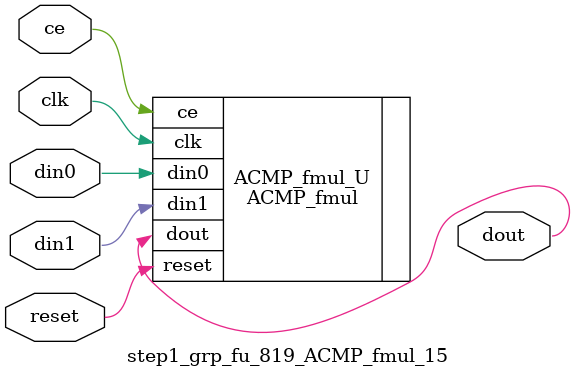
<source format=v>

`timescale 1 ns / 1 ps
module step1_grp_fu_819_ACMP_fmul_15(
    clk,
    reset,
    ce,
    din0,
    din1,
    dout);

parameter ID = 32'd1;
parameter NUM_STAGE = 32'd1;
parameter din0_WIDTH = 32'd1;
parameter din1_WIDTH = 32'd1;
parameter dout_WIDTH = 32'd1;
input clk;
input reset;
input ce;
input[din0_WIDTH - 1:0] din0;
input[din1_WIDTH - 1:0] din1;
output[dout_WIDTH - 1:0] dout;



ACMP_fmul #(
.ID( ID ),
.NUM_STAGE( 4 ),
.din0_WIDTH( din0_WIDTH ),
.din1_WIDTH( din1_WIDTH ),
.dout_WIDTH( dout_WIDTH ))
ACMP_fmul_U(
    .clk( clk ),
    .reset( reset ),
    .ce( ce ),
    .din0( din0 ),
    .din1( din1 ),
    .dout( dout ));

endmodule

</source>
